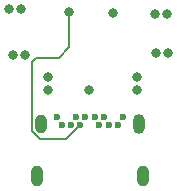
<source format=gbr>
%TF.GenerationSoftware,KiCad,Pcbnew,8.0.1*%
%TF.CreationDate,2024-03-26T16:51:19-04:00*%
%TF.ProjectId,commapogo_female,636f6d6d-6170-46f6-976f-5f66656d616c,rev?*%
%TF.SameCoordinates,Original*%
%TF.FileFunction,Copper,L2,Inr*%
%TF.FilePolarity,Positive*%
%FSLAX46Y46*%
G04 Gerber Fmt 4.6, Leading zero omitted, Abs format (unit mm)*
G04 Created by KiCad (PCBNEW 8.0.1) date 2024-03-26 16:51:19*
%MOMM*%
%LPD*%
G01*
G04 APERTURE LIST*
%TA.AperFunction,ComponentPad*%
%ADD10O,1.000000X1.600000*%
%TD*%
%TA.AperFunction,ComponentPad*%
%ADD11O,1.000000X1.800000*%
%TD*%
%TA.AperFunction,ComponentPad*%
%ADD12O,1.000000X1.700000*%
%TD*%
%TA.AperFunction,ComponentPad*%
%ADD13C,0.600000*%
%TD*%
%TA.AperFunction,ViaPad*%
%ADD14C,0.800000*%
%TD*%
%TA.AperFunction,Conductor*%
%ADD15C,0.200000*%
%TD*%
G04 APERTURE END LIST*
D10*
%TO.N,GND*%
%TO.C,J2*%
X-4125000Y-5620000D03*
D11*
X-4485000Y-10010000D03*
X4485000Y-10010000D03*
D12*
X4125000Y-5620000D03*
D13*
X2800000Y-5020000D03*
%TO.N,/CAN2_P*%
X2400000Y-5720000D03*
%TO.N,/CAN2_N*%
X1600000Y-5720000D03*
%TO.N,+12V*%
X1200000Y-5020000D03*
%TO.N,unconnected-(J2-Pin_5b-PadB5)*%
X800000Y-5720000D03*
%TO.N,unconnected-(J2-Pin_6b-PadB6)*%
X400000Y-5020000D03*
%TO.N,unconnected-(J2-Pin_7b-PadB7)*%
X-400000Y-5020000D03*
%TO.N,/SBU2*%
X-800000Y-5720000D03*
%TO.N,+12V*%
X-1200000Y-5020000D03*
%TO.N,/CAN3_N*%
X-1600000Y-5720000D03*
%TO.N,/CAN3_P*%
X-2400000Y-5720000D03*
%TO.N,GND*%
X-2800000Y-5020000D03*
%TD*%
D14*
%TO.N,/CAN2_N*%
X5494800Y3708400D03*
%TO.N,/CAN1_P*%
X3987800Y-2709400D03*
X6646400Y355600D03*
%TO.N,/SBU1*%
X-45421Y-2747641D03*
X1955800Y3810000D03*
%TO.N,/CAN2_P*%
X6544800Y3708400D03*
%TO.N,/CAN1_N*%
X3987800Y-1659400D03*
X5596400Y355600D03*
%TO.N,/CAN0_P*%
X-6544800Y254000D03*
X-3530600Y-2709400D03*
%TO.N,/CAN3_N*%
X-5799600Y4114800D03*
%TO.N,/SBU2*%
X-1752594Y3860803D03*
%TO.N,/CAN3_P*%
X-6849600Y4114800D03*
%TO.N,/CAN0_N*%
X-3530600Y-1659400D03*
X-5494800Y254000D03*
%TD*%
D15*
%TO.N,/SBU2*%
X-4890000Y-343400D02*
X-4546600Y0D01*
X-4218073Y-6908800D02*
X-4890000Y-6236873D01*
X-1752594Y863606D02*
X-1752594Y3860803D01*
X-1988800Y-6908800D02*
X-4218073Y-6908800D01*
X-4890000Y-6236873D02*
X-4890000Y-343400D01*
X-2616200Y0D02*
X-1752594Y863606D01*
X-800000Y-5720000D02*
X-1988800Y-6908800D01*
X-4546600Y0D02*
X-2616200Y0D01*
%TD*%
M02*

</source>
